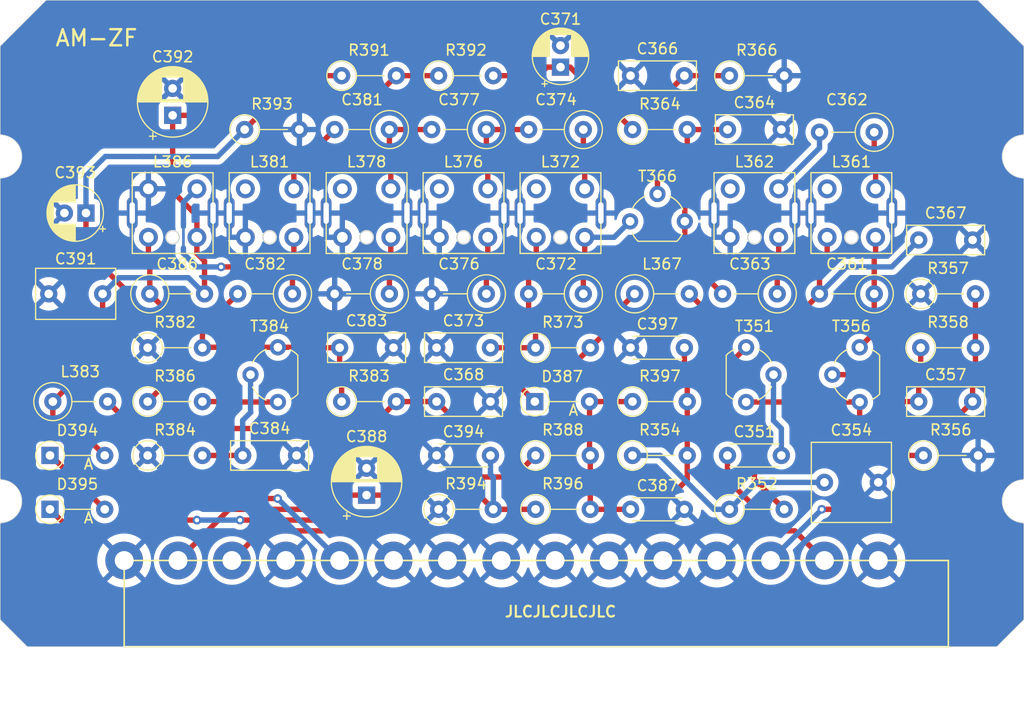
<source format=kicad_pcb>
(kicad_pcb (version 20221018) (generator pcbnew)
  (layers (0 "F.Cu" signal) (31 "B.Cu" signal) (34 "B.Paste" user) (35 "F.Paste" user) (36 "B.SilkS" user "B.Silkscreen") (37 "F.SilkS" user "F.Silkscreen") (38 "B.Mask" user) (39 "F.Mask" user) (44 "Edge.Cuts" user))
  (net 0 "")
  (net 1 "GND")
  (net 2 "P3")
  (net 3 "P2")
  (net 4 "Net-(D395-K)")
  (net 5 "Net-(C354-Pad1)")
  (net 6 "Net-(T356-D)")
  (net 7 "Net-(T356-S)")
  (net 8 "Net-(C361-Pad2)")
  (net 9 "Net-(C362-Pad1)")
  (net 10 "Net-(C362-Pad2)")
  (net 11 "Net-(C363-Pad1)")
  (net 12 "Net-(T366-B)")
  (net 13 "Net-(T366-E)")
  (net 14 "Net-(C368-Pad1)")
  (net 15 "Net-(C371-Pad1)")
  (net 16 "Net-(T366-C)")
  (net 17 "Net-(C372-Pad2)")
  (net 18 "Net-(C374-Pad1)")
  (net 19 "Net-(C374-Pad2)")
  (net 20 "Net-(C376-Pad1)")
  (net 21 "Net-(C377-Pad2)")
  (net 22 "Net-(C378-Pad1)")
  (net 23 "Net-(C382-Pad1)")
  (net 24 "Net-(T384-B)")
  (net 25 "Net-(T384-E)")
  (net 26 "Net-(C386-Pad1)")
  (net 27 "Net-(D387-A)")
  (net 28 "Net-(D394-K)")
  (net 29 "P13")
  (net 30 "Net-(D387-K)")
  (net 31 "Net-(D394-A)")
  (net 32 "Net-(T351-G)")
  (net 33 "Net-(T351-S)")
  (net 34 "Net-(T384-C)")
  (net 35 "Net-(C381-Pad2)")
  (net 36 "P11")
  (net 37 "P14")
  (net 38 "Net-(T351-D)")
  (footprint "Stereo-Decoder-Modul:Connector_01x15_5mm" (layer "F.Cu") (at 126.5 96.75)
    (fp_text reference "J1" hide)
    (fp_text value "Conn_01x15")
  )
  (footprint "Library:Inductor_Adjustable_7.5mm" (layer "F.Cu") (at 124 64.5)
    (fp_text reference "L361")
    (fp_text value "~")
    (fp_circle (center 0 2.25) (end 0.625 2.25) (stroke (width 0.12)) (fill none) (layer "Edge.Cuts"))
  )
  (footprint "Library:Inductor_Adjustable_7.5mm" (layer "F.Cu") (at 79 64.5)
    (fp_text reference "L378")
    (fp_text value "~")
    (fp_circle (center 0 2.25) (end 0.625 2.25) (stroke (width 0.12)) (fill none) (layer "Edge.Cuts"))
  )
  (footprint "Resistor_THT:R_Axial_DIN0207_L6.3mm_D2.5mm_P5.08mm_Vertical" (layer "F.Cu") (at 130.435 72)
    (fp_text reference "R357")
    (fp_text value "??")
  )
  (footprint "Inductor_THT:L_Axial_L7.0mm_D3.3mm_P5.08mm_Vertical_Fastron_MICC" (layer "F.Cu") (at 117.12 72 180)
    (fp_text reference "C363")
    (fp_text value "C")
  )
  (footprint "Resistor_THT:R_Axial_DIN0207_L6.3mm_D2.5mm_P5.08mm_Vertical" (layer "F.Cu") (at 103.685 82)
    (fp_text reference "R397")
    (fp_text value "??")
  )
  (footprint "Resistor_THT:R_Axial_DIN0207_L6.3mm_D2.5mm_P5.08mm_Vertical" (layer "F.Cu") (at 103.685 56.75)
    (fp_text reference "R364")
    (fp_text value "??")
  )
  (footprint "Capacitor_THT:C_Rect_L7.2mm_W4.5mm_P5.00mm_FKS2_FKP2_MKS2_MKP2" (layer "F.Cu") (at 54.5 72 180)
    (fp_text reference "C391")
    (fp_text value "C")
  )
  (footprint "Capacitor_THT:C_Disc_D4.3mm_W1.9mm_P5.00mm" (layer "F.Cu") (at 103.5 92)
    (fp_text reference "C387")
    (fp_text value "4.7n")
  )
  (footprint "Capacitor_THT:C_Rect_L7.0mm_W2.5mm_P5.00mm" (layer "F.Cu") (at 76.5 77)
    (fp_text reference "C383")
    (fp_text value "C")
  )
  (footprint "Inductor_THT:L_Axial_L7.0mm_D3.3mm_P5.08mm_Vertical_Fastron_MICC" (layer "F.Cu") (at 126.12 72 180)
    (fp_text reference "C361")
    (fp_text value "C")
  )
  (footprint "Resistor_THT:R_Axial_DIN0207_L6.3mm_D2.5mm_P5.08mm_Vertical" (layer "F.Cu") (at 130.685 87)
    (fp_text reference "R356")
    (fp_text value "??")
  )
  (footprint "Resistor_THT:R_Axial_DIN0207_L6.3mm_D2.5mm_P5.08mm_Vertical" (layer "F.Cu") (at 76.685 82)
    (fp_text reference "R383")
    (fp_text value "??")
  )
  (footprint "Package_TO_SOT_THT:TO-92_Wide" (layer "F.Cu") (at 70.77 82.04 90)
    (fp_text reference "T384")
    (fp_text value "BF241")
  )
  (footprint "Capacitor_THT:C_Disc_D4.3mm_W1.9mm_P5.00mm" (layer "F.Cu") (at 108.5 77 180)
    (fp_text reference "C397")
    (fp_text value "C")
  )
  (footprint "Resistor_THT:R_Axial_DIN0207_L6.3mm_D2.5mm_P5.08mm_Vertical" (layer "F.Cu") (at 85.685 51.75)
    (fp_text reference "R392")
    (fp_text value "??")
  )
  (footprint "Resistor_THT:R_Axial_DIN0207_L6.3mm_D2.5mm_P5.08mm_Vertical" (layer "F.Cu") (at 94.685 77)
    (fp_text reference "R373")
    (fp_text value "??")
  )
  (footprint "Inductor_THT:L_Axial_L7.0mm_D3.3mm_P5.08mm_Vertical_Fastron_MICC" (layer "F.Cu") (at 81.12 56.75 180)
    (fp_text reference "C381")
    (fp_text value "C")
  )
  (footprint "Library:Inductor_Adjustable_7.5mm" (layer "F.Cu") (at 88 64.5)
    (fp_text reference "L376")
    (fp_text value "~")
    (fp_circle (center 0 2.25) (end 0.625 2.25) (stroke (width 0.12)) (fill none) (layer "Edge.Cuts"))
  )
  (footprint "Resistor_THT:R_Axial_DIN0207_L6.3mm_D2.5mm_P5.08mm_Vertical" (layer "F.Cu") (at 76.685 51.75)
    (fp_text reference "R391")
    (fp_text value "??")
  )
  (footprint "Inductor_THT:L_Axial_L7.0mm_D3.3mm_P5.08mm_Vertical_Fastron_MICC" (layer "F.Cu") (at 81.12 72 180)
    (fp_text reference "C378")
    (fp_text value "C")
  )
  (footprint "Library:Inductor_Adjustable_7.5mm" (layer "F.Cu") (at 61 64.5)
    (fp_text reference "L386")
    (fp_text value "L_Adjustable_4Pin")
    (fp_circle (center 0 2.25) (end 0.625 2.25) (stroke (width 0.12)) (fill none) (layer "Edge.Cuts"))
  )
  (footprint "Capacitor_THT:C_Rect_L7.0mm_W2.5mm_P5.00mm" (layer "F.Cu") (at 67.5 87)
    (fp_text reference "C384")
    (fp_text value "100n")
  )
  (footprint "Capacitor_THT:CP_Radial_D5.0mm_P2.00mm" (layer "F.Cu") (at 52.955112 64.5 180)
    (fp_text reference "C393")
    (fp_text value "2.2µ")
  )
  (footprint "Library:Inductor_Adjustable_7.5mm" (layer "F.Cu") (at 97 64.5)
    (fp_text reference "L372")
    (fp_text value "~")
    (fp_circle (center 0 2.25) (end 0.625 2.25) (stroke (width 0.12)) (fill none) (layer "Edge.Cuts"))
  )
  (footprint "Capacitor_THT:C_Rect_L7.0mm_W2.5mm_P5.00mm" (layer "F.Cu") (at 85.5 82)
    (fp_text reference "C368")
    (fp_text value "100n")
  )
  (footprint "Capacitor_THT:C_Disc_D4.3mm_W1.9mm_P5.00mm" (layer "F.Cu") (at 90.5 87 180)
    (fp_text reference "C394")
    (fp_text value "100n")
  )
  (footprint "Capacitor_THT:C_Rect_L7.0mm_W2.5mm_P5.00mm" (layer "F.Cu") (at 135.25 82 180)
    (fp_text reference "C357")
    (fp_text value "C")
  )
  (footprint "Capacitor_THT:C_Rect_L7.0mm_W2.5mm_P5.00mm" (layer "F.Cu") (at 108.5 51.75 180)
    (fp_text reference "C366")
    (fp_text value "100n")
  )
  (footprint "Inductor_THT:L_Axial_L7.0mm_D3.3mm_P5.08mm_Vertical_Fastron_MICC" (layer "F.Cu") (at 103.88 72)
    (fp_text reference "L367")
    (fp_text value "L")
  )
  (footprint "Inductor_THT:L_Axial_L7.0mm_D3.3mm_P5.08mm_Vertical_Fastron_MICC" (layer "F.Cu") (at 72.12 72 180)
    (fp_text reference "C382")
    (fp_text value "C")
  )
  (footprint "Inductor_THT:L_Axial_L7.0mm_D3.3mm_P5.08mm_Vertical_Fastron_MICC" (layer "F.Cu") (at 90.12 72 180)
    (fp_text reference "C376")
    (fp_text value "C")
  )
  (footprint "Resistor_THT:R_Axial_DIN0207_L6.3mm_D2.5mm_P5.08mm_Vertical" (layer "F.Cu") (at 103.685 87)
    (fp_text reference "R354")
    (fp_text value "??")
  )
  (footprint "Inductor_THT:L_Axial_L7.0mm_D3.3mm_P5.08mm_Vertical_Fastron_MICC" (layer "F.Cu") (at 126.12 57 180)
    (fp_text reference "C362")
    (fp_text value "C")
  )
  (footprint "Library:Inductor_Adjustable_7.5mm" (layer "F.Cu") (at 70 64.5)
    (fp_text reference "L381")
    (fp_text value "~")
    (fp_circle (center 0 2.25) (end 0.625 2.25) (stroke (width 0.12)) (fill none) (layer "Edge.Cuts"))
  )
  (footprint "Resistor_THT:R_Axial_DIN0207_L6.3mm_D2.5mm_P5.08mm_Vertical" (layer "F.Cu") (at 94.685 87)
    (fp_text reference "R388")
    (fp_text value "??")
  )
  (footprint "Inductor_THT:L_Axial_L7.0mm_D3.3mm_P5.08mm_Vertical_Fastron_MICC" (layer "F.Cu") (at 58.88 72)
    (fp_text reference "C386")
    (fp_text value "1.5n")
  )
  (footprint "Capacitor_THT:C_Rect_L7.2mm_W7.2mm_P5.00mm_FKS2_FKP2_MKS2_MKP2" (layer "F.Cu") (at 121.5 89.5)
    (fp_text reference "C354")
    (fp_text value "1µ")
  )
  (footprint "Capacitor_THT:C_Rect_L7.0mm_W2.5mm_P5.00mm" (layer "F.Cu") (at 112.5 56.75)
    (fp_text reference "C364")
    (fp_text value "C")
  )
  (footprint "Resistor_THT:R_Axial_DIN0207_L6.3mm_D2.5mm_P5.08mm_Vertical" (layer "F.Cu") (at 58.685 82)
    (fp_text reference "R386")
    (fp_text value "??")
  )
  (footprint "Diode_THT:D_DO-35_SOD27_P5.08mm_Vertical_AnodeUp" (layer "F.Cu") (at 94.615686 82)
    (fp_text reference "D387")
    (fp_text value "1N4148")
  )
  (footprint "Inductor_THT:L_Axial_L7.0mm_D3.3mm_P5.08mm_Vertical_Fastron_MICC" (layer "F.Cu") (at 49.88 82)
    (fp_text reference "L383")
    (fp_text value "L")
  )
  (footprint "Package_TO_SOT_THT:TO-92_Wide" (layer "F.Cu") (at 114.23 76.96 -90)
    (fp_text reference "T351")
    (fp_text value "BF256B")
  )
  (footprint "Resistor_THT:R_Axial_DIN0207_L6.3mm_D2.5mm_P5.08mm_Vertical" (layer "F.Cu") (at 112.685 51.75)
    (fp_text reference "R366")
    (fp_text value "??")
  )
  (footprint "Library:Inductor_Adjustable_7.5mm" (layer "F.Cu") (at 115 64.5)
    (fp_text reference "L362")
    (fp_text value "~")
    (fp_circle (center 0 2.25) (end 0.625 2.25) (stroke (width 0.12)) (fill none) (layer "Edge.Cuts"))
  )
  (footprint "Resistor_THT:R_Axial_DIN0207_L6.3mm_D2.5mm_P5.08mm_Vertical" (layer "F.Cu") (at 112.685 92)
    (fp_text reference "R352")
    (fp_text value "??")
  )
  (footprint "Resistor_THT:R_Axial_DIN0207_L6.3mm_D2.5mm_P5.08mm_Vertical" (layer "F.Cu") (at 130.435 77)
    (fp_text reference "R358")
    (fp_text value "??")
  )
  (footprint "Capacitor_THT:C_Rect_L7.0mm_W2.5mm_P5.00mm" (layer "F.Cu") (at 90.5 77 180)
    (fp_text reference "C373")
    (fp_text value "100n")
  )
  (footprint "Diode_THT:D_DO-35_SOD27_P5.08mm_Vertical_AnodeUp" (layer "F.Cu") (at 49.615686 87)
    (fp_text reference "D394")
    (fp_text value "1N4148")
  )
  (footprint "Capacitor_THT:C_Rect_L7.0mm_W2.5mm_P5.00mm" (layer "F.Cu") (at 130.25 67)
    (fp_text reference "C367")
    (fp_text value "100n")
  )
  (footprint "Inductor_THT:L_Axial_L7.0mm_D3.3mm_P5.08mm_Vertical_Fastron_MICC" (layer "F.Cu") (at 99.12 72 180)
    (fp_text reference "C372")
    (fp_text value "C")
  )
  (footprint "Capacitor_THT:CP_Radial_D6.3mm_P2.50mm" (layer "F.Cu") (at 79 90.68238 90)
    (fp_text reference "C388")
    (fp_text value "47µ")
  )
  (footprint "Capacitor_THT:CP_Radial_D6.3mm_P2.50mm" (layer "F.Cu") (at 61 55.43238 90)
    (fp_text reference "C392")
    (fp_text value "47µ")
  )
  (footprint "Resistor_THT:R_Axial_DIN0207_L6.3mm_D2.5mm_P5.08mm_Vertical" (layer "F.Cu") (at 58.685 77)
    (fp_text reference "R382")
    (fp_text value "??")
  )
  (footprint "Inductor_THT:L_Axial_L7.0mm_D3.3mm_P5.08mm_Vertical_Fastron_MICC" (layer "F.Cu") (at 99.12 56.75 180)
    (fp_text reference "C374")
    (fp_text value "C")
  )
  (footprint "Capacitor_THT:C_Disc_D4.3mm_W1.9mm_P5.00mm" (layer "F.Cu") (at 112.5 87)
    (fp_text reference "C351")
    (fp_text value "C")
  )
  (footprint "Resistor_THT:R_Axial_DIN0207_L6.3mm_D2.5mm_P5.08mm_Vertical" (layer "F.Cu") (at 85.685 92)
    (fp_text reference "R394")
    (fp_text value "??")
  )
  (footprint "Resistor_THT:R_Axial_DIN0207_L6.3mm_D2.5mm_P5.08mm_Vertical" (layer "F.Cu") (at 67.685 56.75)
    (fp_text reference "R393")
    (fp_text value "??")
  )
  (footprint "Resistor_THT:R_Axial_DIN0207_L6.3mm_D2.5mm_P5.08mm_Vertical" (layer "F.Cu") (at 94.685 92)
    (fp_text reference "R396")
    (fp_text value "??")
  )
  (footprint "Capacitor_THT:CP_Radial_D5.0mm_P2.00mm" (layer "F.Cu") (at 97 50.955113 90)
    (fp_text reference "C371")
    (fp_text value "2.2µ")
  )
  (footprint "Inductor_THT:L_Axial_L7.0mm_D3.3mm_P5.08mm_Vertical_Fastron_MICC" (layer "F.Cu") (at 90.12 56.75 180)
    (fp_text reference "C377")
    (fp_text value "C")
  )
  (footprint "Package_TO_SOT_THT:TO-92_Wide" (layer "F.Cu") (at 103.46 65.27)
    (fp_text reference "T366")
    (fp_text value "BF240")
  )
  (footprint "Diode_THT:D_DO-35_SOD27_P5.08mm_Vertical_AnodeUp" (layer "F.Cu") (at 49.615686 92)
    (fp_text reference "D395")
    (fp_text value "1N4148")
  )
  (footprint "Package_TO_SOT_THT:TO-92_Wide" (layer "F.Cu") (at 124.77 82.04 90)
    (fp_text reference "T356")
    (fp_text value "BF256B")
  )
  (footprint "Resistor_THT:R_Axial_DIN0207_L6.3mm_D2.5mm_P5.08mm_Vertical" (layer "F.Cu") (at 58.685 87)
    (fp_text reference "R384")
    (fp_text value "??")
  )
  (gr_line (start 45 89.25) (end 45 61.25) (stroke (width 0.05)) (layer "Edge.Cuts"))
  (gr_line (start 45 49) (end 49.25 44.75) (stroke (width 0.05)) (layer "Edge.Cuts"))
  (gr_line (start 135.75 44.75) (end 140 49) (stroke (width 0.05)) (layer "Edge.Cuts"))
  (gr_line (start 137.5 104.75) (end 140 102.25) (stroke (width 0.05)) (layer "Edge.Cuts"))
  (gr_line (start 45 102.25) (end 47.5 104.75) (stroke (width 0.05)) (layer "Edge.Cuts"))
  (gr_arc (start 45 89.25) (mid 47 91.25) (end 45 93.25) (stroke (width 0.05)) (layer "Edge.Cuts"))
  (gr_arc (start 45 57.25) (mid 47 59.25) (end 45 61.25) (stroke (width 0.05)) (layer "Edge.Cuts"))
  (gr_arc (start 140 61.25) (mid 138 59.25) (end 140 57.25) (stroke (width 0.05)) (layer "Edge.Cuts"))
  (gr_line (start 49.25 44.75) (end 135.75 44.75) (stroke (width 0.05)) (layer "Edge.Cuts"))
  (gr_line (start 140 102.25) (end 140 93.25) (stroke (width 0.05)) (layer "Edge.Cuts"))
  (gr_line (start 45 102.25) (end 45 93.25) (stroke (width 0.05)) (layer "Edge.Cuts"))
  (gr_line (start 140 49) (end 140 57.25) (stroke (width 0.05)) (layer "Edge.Cuts"))
  (gr_line (start 45 49) (end 45 57.25) (stroke (width 0.05)) (layer "Edge.Cuts"))
  (gr_line (start 140 61.25) (end 140 89.25) (stroke (width 0.05)) (layer "Edge.Cuts"))
  (gr_arc (start 140 93.25) (mid 138 91.25) (end 140 89.25) (stroke (width 0.05)) (layer "Edge.Cuts"))
  (gr_line (start 137.5 104.75) (end 47.5 104.75) (stroke (width 0.05)) (layer "Edge.Cuts"))
  (gr_text "JLCJLCJLCJLC" (at 97 101.5) (layer "F.SilkS") (effects (font (size 1 1) (thickness 0.2))))
  (gr_text "AM-ZF" (at 50 48.25) (layer "F.SilkS") (effects (font (size 1.5 1.5) (thickness 0.225)) (justify left)))
  (segment (start 135.25 79) (end 135.515 78.735) (width 0.5) (layer "F.Cu") (net 2))
  (segment (start 135.25 82) (end 133 84.25) (width 0.5) (layer "F.Cu") (net 2))
  (segment (start 135.25 82) (end 135.25 79) (width 0.5) (layer "F.Cu") (net 2))
  (segment (start 133 84.25) (end 133 88.5) (width 0.5) (layer "F.Cu") (net 2))
  (segment (start 133 88.5) (end 129.5 92) (width 0.5) (layer "F.Cu") (net 2))
  (segment (start 135.515 78.735) (end 135.515 77) (width 0.5) (layer "F.Cu") (net 2))
  (segment (start 129.5 92) (end 121.25 92) (width 0.5) (layer "F.Cu") (net 2))
  (segment (start 135.515 77) (end 135.515 72) (width 0.5) (layer "F.Cu") (net 2))
  (via (at 121.25 92) (size 0.8) (drill 0.4) (layers "F.Cu" "B.Cu") (net 2))
  (segment (start 116.5 96.75) (end 121.25 92) (width 0.5) (layer "B.Cu") (net 2))
  (segment (start 112.5 89.25) (end 112.5 87) (width 0.5) (layer "F.Cu") (net 3))
  (segment (start 118.75 94) (end 117.25 94) (width 0.5) (layer "F.Cu") (net 3))
  (segment (start 117.25 94) (end 112.5 89.25) (width 0.5) (layer "F.Cu") (net 3))
  (segment (start 121.5 96.75) (end 118.75 94) (width 0.5) (layer "F.Cu") (net 3))
  (segment (start 56.25 93) (end 63.25 93) (width 0.5) (layer "F.Cu") (net 4))
  (segment (start 49.615686 92) (end 51.615686 94) (width 0.5) (layer "F.Cu") (net 4))
  (segment (start 94.685 92) (end 90.765 92) (width 0.5) (layer "F.Cu") (net 4))
  (segment (start 55.25 94) (end 56.25 93) (width 0.5) (layer "F.Cu") (net 4))
  (segment (start 90.765 92) (end 88.765 90) (width 0.5) (layer "F.Cu") (net 4))
  (segment (start 51.615686 94) (end 55.25 94) (width 0.5) (layer "F.Cu") (net 4))
  (segment (start 83.75 90) (end 80.75 93) (width 0.5) (layer "F.Cu") (net 4))
  (segment (start 80.75 93) (end 67.25 93) (width 0.5) (layer "F.Cu") (net 4))
  (segment (start 88.765 90) (end 83.75 90) (width 0.5) (layer "F.Cu") (net 4))
  (via (at 67.25 93) (size 0.8) (drill 0.4) (layers "F.Cu" "B.Cu") (net 4))
  (via (at 63.25 93) (size 0.8) (drill 0.4) (layers "F.Cu" "B.Cu") (net 4))
  (segment (start 90.5 88.75) (end 90.5 87) (width 0.5) (layer "B.Cu") (net 4))
  (segment (start 90.765 92) (end 90.765 89.015) (width 0.5) (layer "B.Cu") (net 4))
  (segment (start 67.25 93) (end 63.25 93) (width 0.5) (layer "B.Cu") (net 4))
  (segment (start 90.765 89.015) (end 90.5 88.75) (width 0.5) (layer "B.Cu") (net 4))
  (segment (start 115.185 89.5) (end 112.685 92) (width 0.5) (layer "B.Cu") (net 5))
  (segment (start 106.25 87) (end 111.25 92) (width 0.5) (layer "B.Cu") (net 5))
  (segment (start 111.25 92) (end 112.685 92) (width 0.5) (layer "B.Cu") (net 5))
  (segment (start 121.5 89.5) (end 115.185 89.5) (width 0.5) (layer "B.Cu") (net 5))
  (segment (start 103.685 87) (end 106.25 87) (width 0.5) (layer "B.Cu") (net 5))
  (segment (start 126.12 75.61) (end 124.77 76.96) (width 0.5) (layer "F.Cu") (net 6))
  (segment (start 126.12 68.38) (end 126.25 68.25) (width 0.5) (layer "F.Cu") (net 6))
  (segment (start 126.12 72) (end 126.12 68.38) (width 0.5) (layer "F.Cu") (net 6))
  (segment (start 126.25 68.25) (end 126.25 66.75) (width 0.5) (layer "F.Cu") (net 6))
  (segment (start 126.12 72) (end 126.12 75.61) (width 0.5) (layer "F.Cu") (net 6))
  (segment (start 128.25 82) (end 130.25 82) (width 0.5) (layer "F.Cu") (net 7))
  (segment (start 130.25 79) (end 130.25 82) (width 0.5) (layer "F.Cu") (net 7))
  (segment (start 122.23 79.5) (end 125.75 79.5) (width 0.5) (layer "F.Cu") (net 7))
  (segment (start 125.75 79.5) (end 128.25 82) (width 0.5) (layer "F.Cu") (net 7))
  (segment (start 130.435 77) (end 130.435 78.815) (width 0.5) (layer "F.Cu") (net 7))
  (segment (start 130.435 78.815) (end 130.25 79) (width 0.5) (layer "F.Cu") (net 7))
  (segment (start 111.46 74.5) (end 108.96 72) (width 0.5) (layer "F.Cu") (net 8))
  (segment (start 121.04 72) (end 121.04 68.96) (width 0.5) (layer "F.Cu") (net 8))
  (segment (start 121.75 68.25) (end 121.75 66.75) (width 0.5) (layer "F.Cu") (net 8))
  (segment (start 121.04 68.96) (end 121.75 68.25) (width 0.5) (layer "F.Cu") (net 8))
  (segment (start 118.54 74.5) (end 111.46 74.5) (width 0.5) (layer "F.Cu") (net 8))
  (segment (start 121.04 72) (end 118.54 74.5) (width 0.5) (layer "F.Cu") (net 8))
  (segment (start 121.04 72) (end 123.54 69.5) (width 0.5) (layer "B.Cu") (net 8))
  (segment (start 127.75 69.5) (end 130.25 67) (width 0.5) (layer "B.Cu") (net 8))
  (segment (start 123.54 69.5) (end 127.75 69.5) (width 0.5) (layer "B.Cu") (net 8))
  (segment (start 126.25 60.75) (end 126.25 62.25) (width 0.5) (layer "F.Cu") (net 9))
  (segment (start 126.12 57) (end 126.12 60.62) (width 0.5) (layer "F.Cu") (net 9))
  (segment (start 126.12 60.62) (end 126.25 60.75) (width 0.5) (layer "F.Cu") (net 9))
  (segment (start 117.25 62.25) (end 121.04 58.46) (width 0.5) (layer "B.Cu") (net 10))
  (segment (start 121.04 58.46) (end 121.04 57) (width 0.5) (layer "B.Cu") (net 10))
  (segment (start 117.25 68.25) (end 117.25 66.75) (width 0.5) (layer "F.Cu") (net 11))
  (segment (start 117.12 68.38) (end 117.25 68.25) (width 0.5) (layer "F.Cu") (net 11))
  (segment (start 117.12 72) (end 117.12 68.38) (width 0.5) (layer "F.Cu") (net 11))
  (segment (start 108.54 68.5) (end 112.04 72) (width 0.5) (layer "F.Cu") (net 12))
  (segment (start 112.5 56.75) (end 108.765 56.75) (width 0.5) (layer "F.Cu") (net 12))
  (segment (start 108.765 58.985) (end 108.54 59.21) (width 0.5) (layer "F.Cu") (net 12))
  (segment (start 108.54 65.27) (end 108.54 59.21) (width 0.5) (layer "F.Cu") (net 12))
  (segment (start 108.54 65.27) (end 108.54 68.5) (width 0.5) (layer "F.Cu") (net 12))
  (segment (start 108.765 56.75) (end 108.765 58.985) (width 0.5) (layer "F.Cu") (net 12))
  (segment (start 106 62.73) (end 106 54.25) (width 0.5) (layer "F.Cu") (net 13))
  (segment (start 106 54.25) (end 108.5 51.75) (width 0.5) (layer "F.Cu") (net 13))
  (segment (start 108.5 51.75) (end 112.685 51.75) (width 0.5) (layer "F.Cu") (net 13))
  (segment (start 85.5 82) (end 81.765 82) (width 0.5) (layer "F.Cu") (net 14))
  (segment (start 97.265 79.5) (end 99.765 77) (width 0.5) (layer "F.Cu") (net 14))
  (segment (start 99.765 77) (end 101.5075 75.2575) (width 0.5) (layer "F.Cu") (net 14))
  (segment (start 85.5 82) (end 88 84.5) (width 0.5) (layer "F.Cu") (net 14))
  (segment (start 101.5075 74.3725) (end 101.5075 75.2575) (width 0.5) (layer "F.Cu") (net 14))
  (segment (start 103.88 72) (end 101.5075 74.3725) (width 0.5) (layer "F.Cu") (net 14))
  (segment (start 61.25 84.5) (end 57.46 84.5) (width 0.5) (layer "F.Cu") (net 14))
  (segment (start 61.25 84.5) (end 79.265 84.5) (width 0.5) (layer "F.Cu") (net 14))
  (segment (start 79.265 84.5) (end 81.765 82) (width 0.5) (layer "F.Cu") (net 14))
  (segment (start 97.265 82.735) (end 97.265 79.5) (width 0.5) (layer "F.Cu") (net 14))
  (segment (start 88 84.5) (end 95.5 84.5) (width 0.5) (layer "F.Cu") (net 14))
  (segment (start 57.46 84.5) (end 54.96 82) (width 0.5) (layer "F.Cu") (net 14))
  (segment (start 95.5 84.5) (end 97.265 82.735) (width 0.5) (layer "F.Cu") (net 14))
  (segment (start 103.685 56.75) (end 97.890113 50.955113) (width 0.5) (layer "F.Cu") (net 15))
  (segment (start 95.75 50.955113) (end 97 50.955113) (width 0.5) (layer "F.Cu") (net 15))
  (segment (start 94.955113 51.75) (end 95.75 50.955113) (width 0.5) (layer "F.Cu") (net 15))
  (segment (start 90.765 51.75) (end 94.955113 51.75) (width 0.5) (layer "F.Cu") (net 15))
  (segment (start 97.890113 50.955113) (end 97 50.955113) (width 0.5) (layer "F.Cu") (net 15))
  (segment (start 99.12 68.38) (end 99.25 68.25) (width 0.5) (layer "F.Cu") (net 16))
  (segment (start 99.25 68.25) (end 99.25 66.75) (width 0.5) (layer "F.Cu") (net 16))
  (segment (start 99.12 72) (end 99.12 68.38) (width 0.5) (layer "F.Cu") (net 16))
  (segment (start 99.25 66.75) (end 101.98 66.75) (width 0.5) (layer "B.Cu") (net 16))
  (segment (start 101.98 66.75) (end 103.46 65.27) (width 0.5) (layer "B.Cu") (net 16))
  (segment (start 94.685 77) (end 94.685 74.935) (width 0.5) (layer "F.Cu") (net 17))
  (segment (start 94.04 74.29) (end 94.04 72) (width 0.5) (layer "F.Cu") (net 17))
  (segment (start 90.5 77) (end 94.685 77) (width 0.5) (layer "F.Cu") (net 17))
  (segment (start 94.75 68.25) (end 94.75 66.75) (width 0.5) (layer "F.Cu") (net 17))
  (segment (start 94.04 68.96) (end 94.75 68.25) (width 0.5) (layer "F.Cu") (net 17))
  (segment (start 94.04 72) (end 94.04 68.96) (width 0.5) (layer "F.Cu") (net 17))
  (segment (start 94.685 74.935) (end 94.04 74.29) (width 0.5) (layer "F.Cu") (net 17))
  (segment (start 99.12 60.62) (end 99.25 60.75) (width 0.5) (layer "F.Cu") (net 18))
  (segment (start 99.12 56.75) (end 99.12 60.62) (width 0.5) (layer "F.Cu") (net 18))
  (segment (start 99.25 60.75) (end 99.25 62.25) (width 0.5) (layer "F.Cu") (net 18))
  (segment (start 90.12 60.62) (end 90.25 60.75) (width 0.5) (layer "F.Cu") (net 19))
  (segment (start 90.25 60.75) (end 90.25 62.25) (width 0.5) (layer "F.Cu") (net 19))
  (segment (start 90.12 56.75) (end 94.04 56.75) (width 0.5) (layer "F.Cu") (net 19))
  (segment (start 90.12 56.75) (end 90.12 60.62) (width 0.5) (layer "F.Cu") (net 19))
  (segment (start 90.12 72) (end 90.12 68.38) (width 0.5) (layer "F.Cu") (net 20))
  (segment (start 90.12 68.38) (end 90.25 68.25) (width 0.5) (layer "F.Cu") (net 20))
  (segment (start 90.25 68.25) (end 90.25 66.75) (width 0.5) (layer "F.Cu") (net 20))
  (segment (start 81.25 60.75) (end 81.25 62.25) (width 0.5) (layer "F.Cu") (net 21))
  (segment (start 81.12 60.62) (end 81.25 60.75) (width 0.5) (layer "F.Cu") (net 21))
  (segment (start 81.12 56.75) (end 85.04 56.75) (width 0.5) (layer "F.Cu") (net 21))
  (segment (start 81.12 56.75) (end 81.12 60.62) (width 0.5) (layer "F.Cu") (net 21))
  (segment (start 81.25 68.25) (end 81.25 66.75) (width 0.5) (layer "F.Cu") (net 22))
  (segment (start 81.12 68.38) (end 81.25 68.25) (width 0.5) (layer "F.Cu") (net 22))
  (segment (start 81.12 72) (end 81.12 68.38) (width 0.5) (layer "F.Cu") (net 22))
  (segment (start 72.12 68.38) (end 72.25 68.25) (width 0.5) (layer "F.Cu") (net 23))
  (segment (start 72.12 72) (end 72.12 68.38) (width 0.5) (layer "F.Cu") (net 23))
  (segment (start 72.25 68.25) (end 72.25 66.75) (width 0.5) (layer "F.Cu") (net 23))
  (segment (start 63.805 76.96) (end 63.765 77) (width 0.5) (layer "F.Cu") (net 24))
  (segment (start 76.685 79.685) (end 76.5 79.5) (width 0.5) (layer "F.Cu") (net 24))
  (segment (start 63.765 75.275) (end 67.04 72) (width 0.5) (layer "F.Cu") (net 24))
  (segment (start 70.77 76.96) (end 63.805 76.96) (width 0.5) (layer "F.Cu") (net 24))
  (segment (start 63.765 77) (end 63.765 75.275) (width 0.5) (layer "F.Cu") (net 24))
  (segment (start 74.71 76.96) (end 74.75 77) (width 0.5) (layer "F.Cu") (net 24))
  (segment (start 76.5 79.5) (end 76.5 77) (width 0.5) (layer "F.Cu") (net 24))
  (segment (start 76.685 82) (end 76.685 79.685) (width 0.5) (layer "F.Cu") (net 24))
  (segment (start 74.75 77) (end 76.5 77) (width 0.5) (layer "F.Cu") (net 24))
  (segment (start 70.77 76.96) (end 74.71 76.96) (width 0.5) (layer "F.Cu") (net 24))
  (segment (start 63.765 87) (end 67.5 87) (width 0.5) (layer "F.Cu") (net 25))
  (segment (start 67.5 87) (end 67.5 83.75) (width 0.5) (layer "B.Cu") (net 25))
  (segment (start 68.25 83) (end 68.23 82.98) (width 0.5) (layer "B.Cu") (net 25))
  (segment (start 67.5 83.75) (end 68.25 83) (width 0.5) (layer "B.Cu") (net 25))
  (segment (start 68.23 82.98) (end 68.23 79.5) (width 0.5) (layer "B.Cu") (net 25))
  (segment (start 61 74.12) (end 58.88 72) (width 0.5) (layer "F.Cu") (net 26))
  (segment (start 58.685 82) (end 61 79.685) (width 0.5) (layer "F.Cu") (net 26))
  (segment (start 58.88 72) (end 58.88 68.38) (width 0.5) (layer "F.Cu") (net 26))
  (segment (start 58.88 68.38) (end 58.75 68.25) (width 0.5) (layer "F.Cu") (net 26))
  (segment (start 58.75 68.25) (end 58.75 66.75) (width 0.5) (layer "F.Cu") (net 26))
  (segment (start 61 79.685) (end 61 74.12) (width 0.5) (layer "F.Cu") (net 26))
  (segment (start 103.5 92) (end 99.765 92) (width 0.5) (layer "F.Cu") (net 27))
  (segment (start 99.695686 82) (end 99.695686 86.930686) (width 0.5) (layer "F.Cu") (net 27))
  (segment (start 99.765 87) (end 99.765 92) (width 0.5) (layer "F.Cu") (net 27))
  (segment (start 103.685 82) (end 99.695686 82) (width 0.5) (layer "F.Cu") (net 27))
  (segment (start 99.695686 86.930686) (end 99.765 87) (width 0.5) (layer "F.Cu") (net 27))
  (segment (start 54.695686 92) (end 49.695686 87) (width 0.5) (layer "F.Cu") (net 28))
  (segment (start 49.695686 87) (end 49.615686 87) (width 0.5) (layer "F.Cu") (net 28))
  (segment (start 108.765 82) (end 108.765 87) (width 0.5) (layer "F.Cu") (net 29))
  (segment (start 71.75 94) (end 70.25 94) (width 0.5) (layer "F.Cu") (net 29))
  (segment (start 108.765 82) (end 108.765 79.015) (width 0.5) (layer "F.Cu") (net 29))
  (segment (start 108.765 79.015) (end 108.5 78.75) (width 0.5) (layer "F.Cu") (net 29))
  (segment (start 108.5 78.75) (end 108.5 77) (width 0.5) (layer "F.Cu") (net 29))
  (segment (start 104 94) (end 71.75 94) (width 0.5) (layer "F.Cu") (net 29))
  (segment (start 108.765 87) (end 108.765 89.235) (width 0.5) (layer "F.Cu") (net 29))
  (segment (start 108.765 89.235) (end 104 94) (width 0.5) (layer "F.Cu") (net 29))
  (segment (start 69.25 94) (end 66.5 96.75) (width 0.5) (layer "F.Cu") (net 29))
  (segment (start 71.75 94) (end 69.25 94) (width 0.5) (layer "F.Cu") (net 29))
  (segment (start 90.5 79.5) (end 92.115686 79.5) (width 0.5) (layer "F.Cu") (net 30))
  (segment (start 65.5 69.5) (end 67.25 69.5) (width 0.5) (layer "F.Cu") (net 30))
  (segment (start 67.25 69.5) (end 72.25 74.5) (width 0.5) (layer "F.Cu") (net 30))
  (segment (start 72.25 74.5) (end 85.5 74.5) (width 0.5) (layer "F.Cu") (net 30))
  (segment (start 85.5 74.5) (end 90.5 79.5) (width 0.5) (layer "F.Cu") (net 30))
  (segment (start 92.115686 79.5) (end 94.615686 82) (width 0.5) (layer "F.Cu") (net 30))
  (via (at 65.5 69.5) (size 0.8) (drill 0.4) (layers "F.Cu" "B.Cu") (net 30))
  (segment (start 62 66.5) (end 62 67.75) (width 0.25) (layer "B.Cu") (net 30))
  (segment (start 62 65.5) (end 62 65.75) (width 0.5) (layer "B.Cu") (net 30))
  (segment (start 62 65.75) (end 62 66.5) (width 0.25) (layer "B.Cu") (net 30))
  (segment (start 63.25 62.25) (end 62 63.5) (width 0.5) (layer "B.Cu") (net 30))
  (segment (start 62 63.5) (end 62 64.25) (width 0.5) (layer "B.Cu") (net 30))
  (segment (start 63.25 69.5) (end 65.5 69.5) (width 0.5) (layer "B.Cu") (net 30))
  (segment (start 62 68.25) (end 63.25 69.5) (width 0.5) (layer "B.Cu") (net 30))
  (segment (start 62 67.75) (end 62 68.25) (width 0.5) (layer "B.Cu") (net 30))
  (segment (start 62 64.25) (end 62 65.5) (width 0.5) (layer "B.Cu") (net 30))
  (segment (start 53.625 68.625) (end 56.5 71.5) (width 0.5) (layer "F.Cu") (net 31))
  (segment (start 79.265 54.25) (end 70.185 54.25) (width 0.5) (layer "F.Cu") (net 31))
  (segment (start 52.955112 64.5) (end 52.955112 67.955112) (width 0.5) (layer "F.Cu") (net 31))
  (segment (start 53.125 80.625) (end 53.125 85.429314) (width 0.5) (layer "F.Cu") (net 31))
  (segment (start 81.765 51.75) (end 85.685 51.75) (width 0.5) (layer "F.Cu") (net 31))
  (segment (start 70.185 54.25) (end 67.685 56.75) (width 0.5) (layer "F.Cu") (net 31))
  (segment (start 53.125 85.429314) (end 54.695686 87) (width 0.5) (layer "F.Cu") (net 31))
  (segment (start 52.955112 67.955112) (end 53.625 68.625) (width 0.5) (layer "F.Cu") (net 31))
  (segment (start 56.5 77.25) (end 53.125 80.625) (width 0.5) (layer "F.Cu") (net 31))
  (segment (start 81.765 51.75) (end 79.265 54.25) (width 0.5) (layer "F.Cu") (net 31))
  (segment (start 56.5 71.5) (end 56.5 77.25) (width 0.5) (layer "F.Cu") (net 31))
  (segment (start 54.75 59.25) (end 58.25 59.25) (width 0.5) (layer "B.Cu") (net 31))
  (segment (start 52.955112 64.5) (end 52.955112 61.044888) (width 0.5) (layer "B.Cu") (net 31))
  (segment (start 52.955112 61.044888) (end 53.75 60.25) (width 0.5) (layer "B.Cu") (net 31))
  (segment (start 67.685 56.75) (end 65.185 59.25) (width 0.5) (layer "B.Cu") (net 31))
  (segment (start 53.75 60.25) (end 54.75 59.25) (width 0.5) (layer "B.Cu") (net 31))
  (segment (start 65.185 59.25) (end 58.25 59.25) (width 0.5) (layer "B.Cu") (net 31))
  (segment (start 114.23 76.96) (end 112.375 78.815) (width 0.5) (layer "F.Cu") (net 32))
  (segment (start 115 86) (end 115 89.235) (width 0.5) (layer "F.Cu") (net 32))
  (segment (start 112.375 78.815) (end 112.375 83.375) (width 0.5) (layer "F.Cu") (net 32))
  (segment (start 112.375 83.375) (end 115 86) (width 0.5) (layer "F.Cu") (net 32))
  (segment (start 115 89.235) (end 117.765 92) (width 0.5) (layer "F.Cu") (net 32))
  (segment (start 117.5 84.5) (end 117.5 87) (width 0.5) (layer "B.Cu") (net 33))
  (segment (start 116.77 79.5) (end 116.77 83.77) (width 0.5) (layer "B.Cu") (net 33))
  (segment (start 116.77 83.77) (end 117.5 84.5) (width 0.5) (layer "B.Cu") (net 33))
  (segment (start 70.77 82.04) (end 66.79 82.04) (width 0.5) (layer "F.Cu") (net 34))
  (segment (start 66.75 82) (end 63.765 82) (width 0.5) (layer "F.Cu") (net 34))
  (segment (start 66.79 82.04) (end 66.75 82) (width 0.5) (layer "F.Cu") (net 34))
  (segment (start 72.25 62.25) (end 72.25 60.54) (width 0.5) (layer "F.Cu") (net 35))
  (segment (start 72.25 60.54) (end 76.04 56.75) (width 0.5) (layer "F.Cu") (net 35))
  (segment (start 63.96 72) (end 63.96 68.96) (width 0.5) (layer "F.Cu") (net 36))
  (segment (start 54.5 72) (end 54.5 77.38) (width 0.5) (layer "F.Cu") (net 36))
  (segment (start 63.25 68.25) (end 63.25 66.75) (width 0.5) (layer "F.Cu") (net 36))
  (segment (start 49.88 84.63) (end 49.88 82) (width 0.5) (layer "F.Cu") (net 36))
  (segment (start 56.25 91) (end 70.75 91) (width 0.5) (layer "F.Cu") (net 36))
  (segment (start 54.5 77.38) (end 49.88 82) (width 0.5) (layer "F.Cu") (net 36))
  (segment (start 63.96 68.96) (end 63.25 68.25) (width 0.5) (layer "F.Cu") (net 36))
  (segment (start 61 62.5) (end 63.25 64.75) (width 0.5) (layer "F.Cu") (net 36))
  (segment (start 66.5 51.75) (end 62.81762 55.43238) (width 0.5) (layer "F.Cu") (net 36))
  (segment (start 63.25 64.75) (end 63.25 66.75) (width 0.5) (layer "F.Cu") (net 36))
  (segment (start 56.25 91) (end 49.88 84.63) (width 0.5) (layer "F.Cu") (net 36))
  (segment (start 76.685 51.75) (end 66.5 51.75) (width 0.5) (layer "F.Cu") (net 36))
  (segment (start 61 55.43238) (end 61 62.5) (width 0.5) (layer "F.Cu") (net 36))
  (segment (start 62.81762 55.43238) (end 61 55.43238) (width 0.5) (layer "F.Cu") (net 36))
  (via (at 70.75 91) (size 0.8) (drill 0.4) (layers "F.Cu" "B.Cu") (net 36))
  (segment (start 63.96 72) (end 62.46 70.5) (width 0.5) (layer "B.Cu") (net 36))
  (segment (start 56 70.5) (end 54.5 72) (width 0.5) (layer "B.Cu") (net 36))
  (segment (start 76.5 96.75) (end 70.75 91) (width 0.5) (layer "B.Cu") (net 36))
  (segment (start 62.46 70.5) (end 56 70.5) (width 0.5) (layer "B.Cu") (net 36))
  (segment (start 83.25 89) (end 81.56762 90.68238) (width 0.5) (layer "F.Cu") (net 37))
  (segment (start 92.685 89) (end 83.25 89) (width 0.5) (layer "F.Cu") (net 37))
  (segment (start 76.56762 90.68238) (end 75.25 92) (width 0.5) (layer "F.Cu") (net 37))
  (segment (start 79 90.68238) (end 76.56762 90.68238) (width 0.5) (layer "F.Cu") (net 37))
  (segment (start 66.25 92) (end 61.5 96.75) (width 0.5) (layer "F.Cu") (net 37))
  (segment (start 81.56762 90.68238) (end 79 90.68238) (width 0.5) (layer "F.Cu") (net 37))
  (segment (start 94.685 87) (end 92.685 89) (width 0.5) (layer "F.Cu") (net 37))
  (segment (start 75.25 92) (end 66.25 92) (width 0.5) (layer "F.Cu") (net 37))
  (segment (start 114.23 82.04) (end 124.77 82.04) (width 0.5) (layer "F.Cu") (net 38))
  (segment (start 128 87) (end 130.685 87) (width 0.5) (layer "F.Cu") (net 38))
  (segment (start 124.77 82.04) (end 124.77 83.77) (width 0.5) (layer "F.Cu") (net 38))
  (segment (start 124.77 83.77) (end 128 87) (width 0.5) (layer "F.Cu") (net 38))
  (zone (net 1) (net_name "GND") (layer "B.Cu") (connect_pads (clearance 0.5)) (min_thickness 0.225) (fill yes (thermal_gap 0.75) (thermal_bridge_width 0.5))
    (polygon (pts (xy 140 104.75) (xy 45 104.75) (xy 45 44.75) (xy 140 44.75)))
  )
)
</source>
